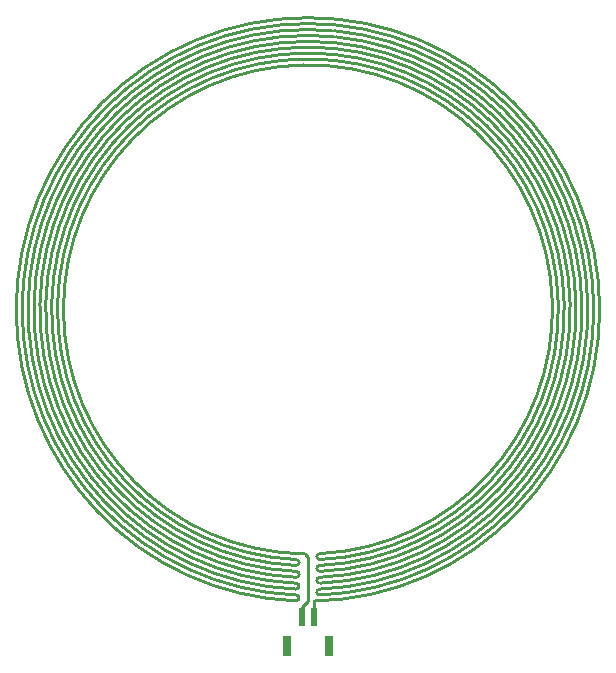
<source format=gbr>
%TF.GenerationSoftware,KiCad,Pcbnew,(6.0.1)*%
%TF.CreationDate,2023-09-24T17:27:32-04:00*%
%TF.ProjectId,PCB HEATER CUVETTE 12 WELL,50434220-4845-4415-9445-522043555645,rev?*%
%TF.SameCoordinates,Original*%
%TF.FileFunction,Copper,L1,Top*%
%TF.FilePolarity,Positive*%
%FSLAX46Y46*%
G04 Gerber Fmt 4.6, Leading zero omitted, Abs format (unit mm)*
G04 Created by KiCad (PCBNEW (6.0.1)) date 2023-09-24 17:27:32*
%MOMM*%
%LPD*%
G01*
G04 APERTURE LIST*
%TA.AperFunction,NonConductor*%
%ADD10C,0.260000*%
%TD*%
%TA.AperFunction,SMDPad,CuDef*%
%ADD11R,0.600000X1.550000*%
%TD*%
%TA.AperFunction,SMDPad,CuDef*%
%ADD12R,0.800000X1.800000*%
%TD*%
%TA.AperFunction,Conductor*%
%ADD13C,0.260000*%
%TD*%
G04 APERTURE END LIST*
D10*
X151000294Y-124177075D02*
G75*
G03*
X174198777Y-100000000I-1006568J24184114D01*
G01*
X174198776Y-100000000D02*
G75*
G03*
X150000000Y-75800208I-24199284J508D01*
G01*
X150000000Y-75800210D02*
G75*
G03*
X125800259Y-100000000I24J-24199765D01*
G01*
X125800260Y-100000000D02*
G75*
G03*
X149000000Y-124179068I24206719J6698D01*
G01*
X150499882Y-124694165D02*
G75*
G03*
X174699275Y-100000000I-508729J24702886D01*
G01*
X174699274Y-100000000D02*
G75*
G03*
X150000000Y-75299710I-24699781J509D01*
G01*
X150000000Y-75299713D02*
G75*
G03*
X125299761Y-100000000I23J-24700262D01*
G01*
X125299762Y-100000000D02*
G75*
G03*
X149000000Y-124679927I24695655J-4341D01*
G01*
X151000326Y-120675993D02*
G75*
G03*
X149719136Y-120698272I-1000331J20676049D01*
G01*
X150999885Y-121677361D02*
G75*
G03*
X151000252Y-122177291I184J-249965D01*
G01*
X150999885Y-121676621D02*
G75*
G03*
X148999966Y-121676614I-999884J21677637D01*
G01*
X151000532Y-123678831D02*
G75*
G03*
X148999881Y-123678848I-1000527J23676229D01*
G01*
X151000252Y-122177291D02*
G75*
G03*
X149000152Y-122177309I-1000250J22179712D01*
G01*
X149000152Y-122678233D02*
G75*
G03*
X149000152Y-122177309I-219J250462D01*
G01*
X151000360Y-123178336D02*
G75*
G03*
X148999999Y-123178351I-1000354J23176458D01*
G01*
X149000000Y-124679928D02*
G75*
G03*
X149000000Y-124179068I0J250430D01*
G01*
X151000220Y-122678008D02*
G75*
G03*
X149000152Y-122678025I-1000227J22674571D01*
G01*
X151000220Y-122677986D02*
G75*
G03*
X151000360Y-123178336I-148J-250175D01*
G01*
X148999881Y-123679865D02*
G75*
G03*
X148999999Y-123178351I59J250757D01*
G01*
X150990023Y-123679413D02*
G75*
G03*
X151000376Y-124179052I9975J-249720D01*
G01*
X151000369Y-121176315D02*
G75*
G03*
X148999999Y-121176333I-1000376J21177901D01*
G01*
X151000314Y-120675746D02*
G75*
G03*
X151000369Y-121176314I-410J-250284D01*
G01*
X148999966Y-121676311D02*
G75*
G03*
X148999999Y-121176333I-201J249989D01*
G01*
D11*
%TO.P,J1,1,1*%
%TO.N,Net-(J1-Pad1)*%
X150500000Y-126000000D03*
%TO.P,J1,2,2*%
X149500000Y-126000000D03*
D12*
%TO.P,J1,MP1,MP1*%
%TO.N,unconnected-(J1-PadMP1)*%
X151800000Y-128525000D03*
%TO.P,J1,MP2,MP2*%
%TO.N,unconnected-(J1-PadMP2)*%
X148200000Y-128525000D03*
%TD*%
D13*
%TO.N,Net-(J1-Pad1)*%
X150500000Y-126000000D02*
X150500000Y-124700000D01*
X150000000Y-120980000D02*
X149720000Y-120700000D01*
X150000000Y-124700000D02*
X150000000Y-120980000D01*
X149500000Y-125200000D02*
X150000000Y-124700000D01*
X149500000Y-126000000D02*
X149500000Y-125200000D01*
%TD*%
M02*

</source>
